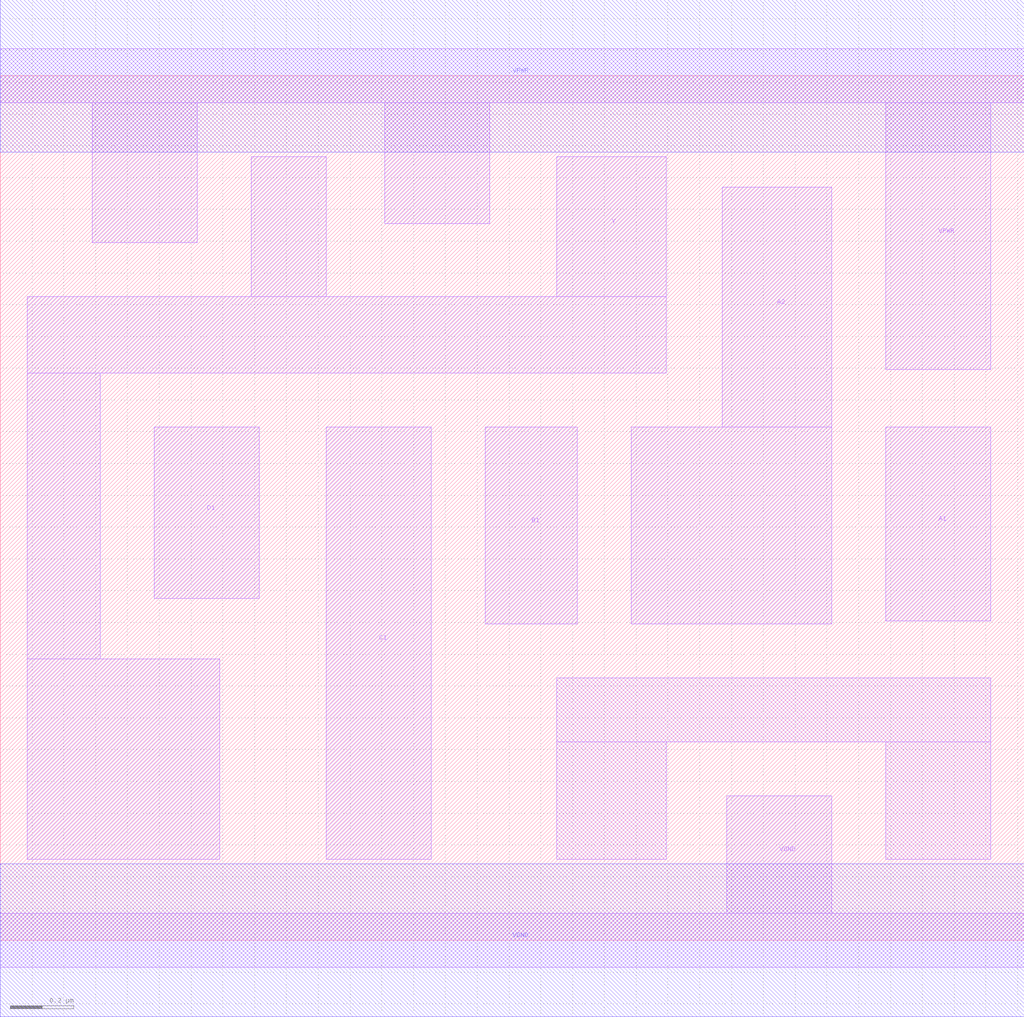
<source format=lef>
# Copyright 2020 The SkyWater PDK Authors
#
# Licensed under the Apache License, Version 2.0 (the "License");
# you may not use this file except in compliance with the License.
# You may obtain a copy of the License at
#
#     https://www.apache.org/licenses/LICENSE-2.0
#
# Unless required by applicable law or agreed to in writing, software
# distributed under the License is distributed on an "AS IS" BASIS,
# WITHOUT WARRANTIES OR CONDITIONS OF ANY KIND, either express or implied.
# See the License for the specific language governing permissions and
# limitations under the License.
#
# SPDX-License-Identifier: Apache-2.0

VERSION 5.5 ;
NAMESCASESENSITIVE ON ;
BUSBITCHARS "[]" ;
DIVIDERCHAR "/" ;
MACRO sky130_fd_sc_hd__o2111ai_1
  CLASS CORE ;
  SOURCE USER ;
  ORIGIN  0.000000  0.000000 ;
  SIZE  3.220000 BY  2.720000 ;
  SYMMETRY X Y R90 ;
  SITE unithd ;
  PIN A1
    ANTENNAGATEAREA  0.247500 ;
    DIRECTION INPUT ;
    USE SIGNAL ;
    PORT
      LAYER li1 ;
        RECT 2.785000 1.005000 3.115000 1.615000 ;
    END
  END A1
  PIN A2
    ANTENNAGATEAREA  0.247500 ;
    DIRECTION INPUT ;
    USE SIGNAL ;
    PORT
      LAYER li1 ;
        RECT 1.985000 0.995000 2.615000 1.615000 ;
        RECT 2.270000 1.615000 2.615000 2.370000 ;
    END
  END A2
  PIN B1
    ANTENNAGATEAREA  0.247500 ;
    DIRECTION INPUT ;
    USE SIGNAL ;
    PORT
      LAYER li1 ;
        RECT 1.525000 0.995000 1.815000 1.615000 ;
    END
  END B1
  PIN C1
    ANTENNAGATEAREA  0.247500 ;
    DIRECTION INPUT ;
    USE SIGNAL ;
    PORT
      LAYER li1 ;
        RECT 1.025000 0.255000 1.355000 1.615000 ;
    END
  END C1
  PIN D1
    ANTENNAGATEAREA  0.247500 ;
    DIRECTION INPUT ;
    USE SIGNAL ;
    PORT
      LAYER li1 ;
        RECT 0.485000 1.075000 0.815000 1.615000 ;
    END
  END D1
  PIN Y
    ANTENNADIFFAREA  0.857250 ;
    DIRECTION OUTPUT ;
    USE SIGNAL ;
    PORT
      LAYER li1 ;
        RECT 0.085000 0.255000 0.690000 0.885000 ;
        RECT 0.085000 0.885000 0.315000 1.785000 ;
        RECT 0.085000 1.785000 2.095000 2.025000 ;
        RECT 0.790000 2.025000 1.025000 2.465000 ;
        RECT 1.750000 2.025000 2.095000 2.465000 ;
    END
  END Y
  PIN VGND
    DIRECTION INOUT ;
    SHAPE ABUTMENT ;
    USE GROUND ;
    PORT
      LAYER li1 ;
        RECT 0.000000 -0.085000 3.220000 0.085000 ;
        RECT 2.285000  0.085000 2.615000 0.455000 ;
    END
    PORT
      LAYER met1 ;
        RECT 0.000000 -0.240000 3.220000 0.240000 ;
    END
  END VGND
  PIN VPWR
    DIRECTION INOUT ;
    SHAPE ABUTMENT ;
    USE POWER ;
    PORT
      LAYER li1 ;
        RECT 0.000000 2.635000 3.220000 2.805000 ;
        RECT 0.290000 2.195000 0.620000 2.635000 ;
        RECT 1.210000 2.255000 1.540000 2.635000 ;
        RECT 2.785000 1.795000 3.115000 2.635000 ;
    END
    PORT
      LAYER met1 ;
        RECT 0.000000 2.480000 3.220000 2.960000 ;
    END
  END VPWR
  OBS
    LAYER li1 ;
      RECT 1.750000 0.255000 2.095000 0.625000 ;
      RECT 1.750000 0.625000 3.115000 0.825000 ;
      RECT 2.785000 0.255000 3.115000 0.625000 ;
  END
END sky130_fd_sc_hd__o2111ai_1

</source>
